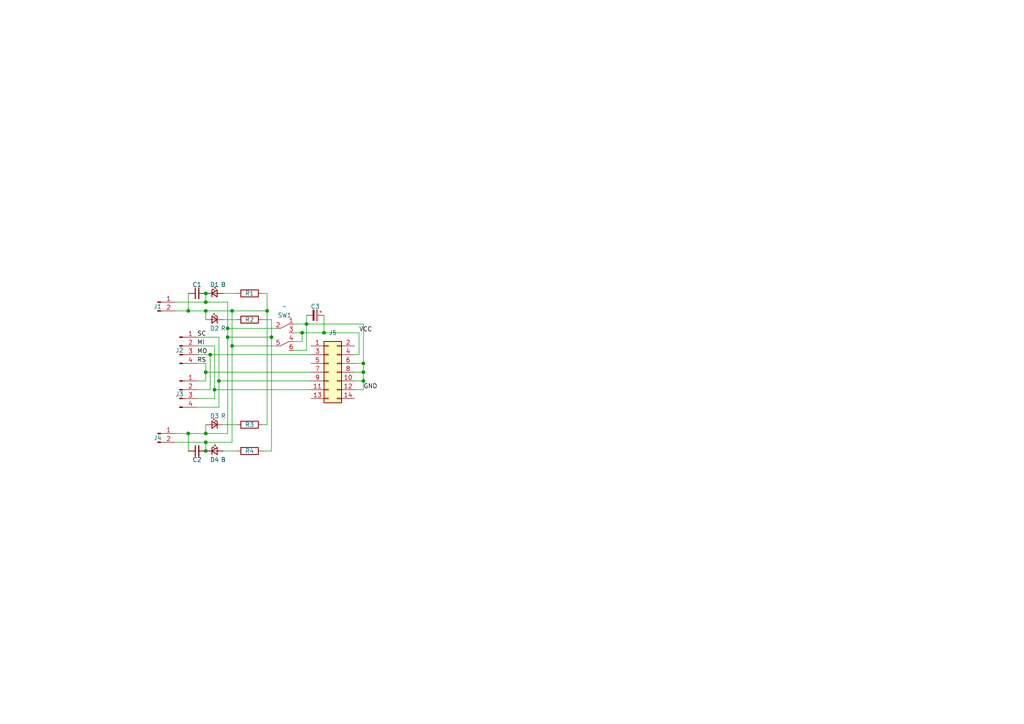
<source format=kicad_sch>
(kicad_sch (version 20230121) (generator eeschema)
  (paper "A4")
  (lib_symbols
    (symbol "Connector:Conn_01x02_Pin" (pin_names (offset 1.016) hide)
      (property "Reference" "J" (at 0 2.54 0))
      (property "Value" "Conn_01x02_Pin" (at 0 -5.08 0))
      (symbol "Conn_01x02_Pin_1_1"
        (polyline (pts (xy 1.27 -2.54) (xy 0.8636 -2.54)) (stroke (width 0.1524)))
        (polyline (pts (xy 1.27 0) (xy 0.8636 0)) (stroke (width 0.1524)))
        (rectangle (start 0.8636 -2.413) (end 0 -2.667) (stroke (width 0.1524)) (fill (type outline)))
        (rectangle (start 0.8636 0.127) (end 0 -0.127) (stroke (width 0.1524)) (fill (type outline)))
        (pin passive line (at 5.08 0 180) (length 3.81) (name "Pin_1") (number "1"))
        (pin passive line (at 5.08 -2.54 180) (length 3.81) (name "Pin_2") (number "2"))
      )
    )
    (symbol "Connector:Conn_01x04_Pin" (pin_names (offset 1.016) hide)
      (property "Reference" "J" (at 0 5.08 0))
      (property "Value" "Conn_01x04_Pin" (at 0 -7.62 0))
      (symbol "Conn_01x04_Pin_1_1"
        (polyline (pts (xy 1.27 -5.08) (xy 0.8636 -5.08)) (stroke (width 0.1524)))
        (polyline (pts (xy 1.27 -2.54) (xy 0.8636 -2.54)) (stroke (width 0.1524)))
        (polyline (pts (xy 1.27 0) (xy 0.8636 0)) (stroke (width 0.1524)))
        (polyline (pts (xy 1.27 2.54) (xy 0.8636 2.54)) (stroke (width 0.1524)))
        (rectangle (start 0.8636 -4.953) (end 0 -5.207) (stroke (width 0.1524)) (fill (type outline)))
        (rectangle (start 0.8636 -2.413) (end 0 -2.667) (stroke (width 0.1524)) (fill (type outline)))
        (rectangle (start 0.8636 0.127) (end 0 -0.127) (stroke (width 0.1524)) (fill (type outline)))
        (rectangle (start 0.8636 2.667) (end 0 2.413) (stroke (width 0.1524)) (fill (type outline)))
        (pin passive line (at 5.08 2.54 180) (length 3.81) (name "Pin_1") (number "1"))
        (pin passive line (at 5.08 0 180) (length 3.81) (name "Pin_2") (number "2"))
        (pin passive line (at 5.08 -2.54 180) (length 3.81) (name "Pin_3") (number "3"))
        (pin passive line (at 5.08 -5.08 180) (length 3.81) (name "Pin_4") (number "4"))
      )
    )
    (symbol "Connector_Generic:Conn_02x07_Odd_Even" (pin_names (offset 1.016) hide)
      (property "Reference" "J" (at 1.27 10.16 0))
      (property "Value" "Conn_02x07_Odd_Even" (at 1.27 -10.16 0))
      (symbol "Conn_02x07_Odd_Even_1_1"
        (rectangle (start -1.27 -7.493) (end 0 -7.747) (stroke (width 0.1524)))
        (rectangle (start -1.27 -4.953) (end 0 -5.207) (stroke (width 0.1524)))
        (rectangle (start -1.27 -2.413) (end 0 -2.667) (stroke (width 0.1524)))
        (rectangle (start -1.27 0.127) (end 0 -0.127) (stroke (width 0.1524)))
        (rectangle (start -1.27 2.667) (end 0 2.413) (stroke (width 0.1524)))
        (rectangle (start -1.27 5.207) (end 0 4.953) (stroke (width 0.1524)))
        (rectangle (start -1.27 7.747) (end 0 7.493) (stroke (width 0.1524)))
        (rectangle (start -1.27 8.89) (end 3.81 -8.89) (stroke (width 0.254)) (fill (type background)))
        (rectangle (start 3.81 -7.493) (end 2.54 -7.747) (stroke (width 0.1524)))
        (rectangle (start 3.81 -4.953) (end 2.54 -5.207) (stroke (width 0.1524)))
        (rectangle (start 3.81 -2.413) (end 2.54 -2.667) (stroke (width 0.1524)))
        (rectangle (start 3.81 0.127) (end 2.54 -0.127) (stroke (width 0.1524)))
        (rectangle (start 3.81 2.667) (end 2.54 2.413) (stroke (width 0.1524)))
        (rectangle (start 3.81 5.207) (end 2.54 4.953) (stroke (width 0.1524)))
        (rectangle (start 3.81 7.747) (end 2.54 7.493) (stroke (width 0.1524)))
        (pin passive line (at -5.08 7.62 0) (length 3.81) (name "Pin_1") (number "1"))
        (pin passive line (at 7.62 -2.54 180) (length 3.81) (name "Pin_10") (number "10"))
        (pin passive line (at -5.08 -5.08 0) (length 3.81) (name "Pin_11") (number "11"))
        (pin passive line (at 7.62 -5.08 180) (length 3.81) (name "Pin_12") (number "12"))
        (pin passive line (at -5.08 -7.62 0) (length 3.81) (name "Pin_13") (number "13"))
        (pin passive line (at 7.62 -7.62 180) (length 3.81) (name "Pin_14") (number "14"))
        (pin passive line (at 7.62 7.62 180) (length 3.81) (name "Pin_2") (number "2"))
        (pin passive line (at -5.08 5.08 0) (length 3.81) (name "Pin_3") (number "3"))
        (pin passive line (at 7.62 5.08 180) (length 3.81) (name "Pin_4") (number "4"))
        (pin passive line (at -5.08 2.54 0) (length 3.81) (name "Pin_5") (number "5"))
        (pin passive line (at 7.62 2.54 180) (length 3.81) (name "Pin_6") (number "6"))
        (pin passive line (at -5.08 0 0) (length 3.81) (name "Pin_7") (number "7"))
        (pin passive line (at 7.62 0 180) (length 3.81) (name "Pin_8") (number "8"))
        (pin passive line (at -5.08 -2.54 0) (length 3.81) (name "Pin_9") (number "9"))
      )
    )
    (symbol "Device:C_Polarized_Small" (pin_numbers hide) (pin_names (offset 0.254) hide)
      (property "Reference" "C" (at 0.254 1.778 0))
      (property "Value" "C_Polarized_Small" (at 0.254 -2.032 0))
      (symbol "C_Polarized_Small_0_1"
        (rectangle (start -1.524 -0.3048) (end 1.524 -0.6858) (fill (type outline)))
        (rectangle (start -1.524 0.6858) (end 1.524 0.3048))
        (polyline (pts (xy -1.27 1.524) (xy -0.762 1.524)))
        (polyline (pts (xy -1.016 1.27) (xy -1.016 1.778)))
      )
      (symbol "C_Polarized_Small_1_1"
        (pin passive line (at 0 2.54 270) (length 1.8542) (name "~") (number "1"))
        (pin passive line (at 0 -2.54 90) (length 1.8542) (name "~") (number "2"))
      )
    )
    (symbol "Device:C_Small" (pin_numbers hide) (pin_names (offset 0.254) hide)
      (property "Reference" "C" (at 0.254 1.778 0))
      (property "Value" "C_Small" (at 0.254 -2.032 0))
      (symbol "C_Small_0_1"
        (polyline (pts (xy -1.524 -0.508) (xy 1.524 -0.508)) (stroke (width 0.3302)))
        (polyline (pts (xy -1.524 0.508) (xy 1.524 0.508)) (stroke (width 0.3048)))
      )
      (symbol "C_Small_1_1"
        (pin passive line (at 0 2.54 270) (length 2.032) (name "~") (number "1"))
        (pin passive line (at 0 -2.54 90) (length 2.032) (name "~") (number "2"))
      )
    )
    (symbol "Device:LED_Small" (pin_numbers hide) (pin_names (offset 0.254) hide)
      (property "Reference" "D" (at -1.27 3.175 0))
      (property "Value" "LED_Small" (at -4.445 -2.54 0))
      (symbol "LED_Small_0_1"
        (polyline (pts (xy -0.762 -1.016) (xy -0.762 1.016)) (stroke (width 0.254)))
        (polyline (pts (xy 1.016 0) (xy -0.762 0)))
        (polyline (pts (xy 0.762 -1.016) (xy -0.762 0) (xy 0.762 1.016) (xy 0.762 -1.016)) (stroke (width 0.254)))
        (polyline (pts (xy 0 0.762) (xy -0.508 1.27) (xy -0.254 1.27) (xy -0.508 1.27) (xy -0.508 1.016)))
        (polyline (pts (xy 0.508 1.27) (xy 0 1.778) (xy 0.254 1.778) (xy 0 1.778) (xy 0 1.524)))
      )
      (symbol "LED_Small_1_1"
        (pin passive line (at -2.54 0 0) (length 1.778) (name "K") (number "1"))
        (pin passive line (at 2.54 0 180) (length 1.778) (name "A") (number "2"))
      )
    )
    (symbol "Device:R" (pin_numbers hide) (pin_names (offset 0))
      (property "Reference" "R" (at 2.032 0 90))
      (property "Value" "R" (at 0 0 90))
      (symbol "R_0_1"
        (rectangle (start -1.016 -2.54) (end 1.016 2.54) (stroke (width 0.254)))
      )
      (symbol "R_1_1"
        (pin passive line (at 0 3.81 270) (length 1.27) (name "~") (number "1"))
        (pin passive line (at 0 -3.81 90) (length 1.27) (name "~") (number "2"))
      )
    )
    (symbol "Switch:SW_DPDT_Small"
      (property "Reference" "SW" (at 0 6.35 0))
      (symbol "SW_DPDT_Small_0_1"
        (polyline (pts (xy -1.27 -2.54) (xy 1.27 -1.27)))
        (polyline (pts (xy -1.27 2.54) (xy 1.27 3.81)))
      )
      (symbol "SW_DPDT_Small_1_1"
        (pin passive line (at 2.54 3.81 180) (length 1.27) (name "") (number "1"))
        (pin passive line (at -2.54 2.54 0) (length 1.27) (name "") (number "2"))
        (pin passive line (at 2.54 1.27 180) (length 1.27) (name "") (number "3"))
        (pin passive line (at 2.54 -1.27 180) (length 1.27) (name "") (number "4"))
        (pin passive line (at -2.54 -2.54 0) (length 1.27) (name "") (number "5"))
        (pin passive line (at 2.54 -3.81 180) (length 1.27) (name "") (number "6"))
      )
    )
  )
  (junction (at 105.41 105.41))
  (junction (at 66.04 97.79))
  (junction (at 66.04 95.25))
  (junction (at 59.69 85.09))
  (junction (at 105.41 107.95))
  (junction (at 77.47 90.17))
  (junction (at 93.98 96.52))
  (junction (at 59.69 128.27))
  (junction (at 54.61 125.73))
  (junction (at 54.61 90.17))
  (junction (at 87.63 96.52))
  (junction (at 78.74 97.79))
  (junction (at 59.69 87.63))
  (junction (at 88.9 93.98))
  (junction (at 59.69 130.81))
  (junction (at 59.69 107.95))
  (junction (at 67.31 100.33))
  (junction (at 60.96 102.87))
  (junction (at 62.23 113.03))
  (junction (at 63.5 110.49))
  (junction (at 59.69 90.17))
  (junction (at 67.31 90.17))
  (junction (at 105.41 110.49))
  (junction (at 59.69 125.73))
  (wire (pts (xy 105.41 105.41) (xy 105.41 93.98)))
  (wire (pts (xy 54.61 90.17) (xy 59.69 90.17)))
  (wire (pts (xy 102.87 110.49) (xy 105.41 110.49)))
  (wire (pts (xy 57.15 100.33) (xy 62.23 100.33)))
  (wire (pts (xy 59.69 107.95) (xy 90.17 107.95)))
  (wire (pts (xy 66.04 95.25) (xy 66.04 97.79)))
  (wire (pts (xy 88.9 91.44) (xy 88.9 93.98)))
  (wire (pts (xy 67.31 90.17) (xy 77.47 90.17)))
  (wire (pts (xy 78.74 97.79) (xy 78.74 130.81)))
  (wire (pts (xy 66.04 97.79) (xy 66.04 125.73)))
  (wire (pts (xy 59.69 128.27) (xy 59.69 130.81)))
  (wire (pts (xy 105.41 113.03) (xy 105.41 110.49)))
  (wire (pts (xy 59.69 87.63) (xy 66.04 87.63)))
  (wire (pts (xy 59.69 125.73) (xy 66.04 125.73)))
  (wire (pts (xy 50.8 125.73) (xy 54.61 125.73)))
  (wire (pts (xy 105.41 105.41) (xy 105.41 107.95)))
  (wire (pts (xy 78.74 92.71) (xy 78.74 97.79)))
  (wire (pts (xy 76.2 92.71) (xy 78.74 92.71)))
  (wire (pts (xy 50.8 90.17) (xy 54.61 90.17)))
  (wire (pts (xy 77.47 85.09) (xy 77.47 90.17)))
  (wire (pts (xy 63.5 118.11) (xy 57.15 118.11)))
  (wire (pts (xy 62.23 115.57) (xy 57.15 115.57)))
  (wire (pts (xy 59.69 110.49) (xy 57.15 110.49)))
  (wire (pts (xy 85.09 101.6) (xy 88.9 101.6)))
  (wire (pts (xy 88.9 93.98) (xy 105.41 93.98)))
  (wire (pts (xy 104.14 102.87) (xy 102.87 102.87)))
  (wire (pts (xy 54.61 85.09) (xy 54.61 90.17)))
  (wire (pts (xy 102.87 105.41) (xy 105.41 105.41)))
  (wire (pts (xy 88.9 93.98) (xy 88.9 101.6)))
  (wire (pts (xy 59.69 90.17) (xy 67.31 90.17)))
  (wire (pts (xy 59.69 85.09) (xy 59.69 87.63)))
  (wire (pts (xy 87.63 99.06) (xy 87.63 96.52)))
  (wire (pts (xy 59.69 107.95) (xy 59.69 110.49)))
  (wire (pts (xy 62.23 113.03) (xy 90.17 113.03)))
  (wire (pts (xy 76.2 123.19) (xy 77.47 123.19)))
  (wire (pts (xy 67.31 100.33) (xy 67.31 128.27)))
  (wire (pts (xy 67.31 100.33) (xy 80.01 100.33)))
  (wire (pts (xy 59.69 105.41) (xy 59.69 107.95)))
  (wire (pts (xy 57.15 105.41) (xy 59.69 105.41)))
  (wire (pts (xy 57.15 102.87) (xy 60.96 102.87)))
  (wire (pts (xy 59.69 128.27) (xy 67.31 128.27)))
  (wire (pts (xy 64.77 85.09) (xy 68.58 85.09)))
  (wire (pts (xy 87.63 96.52) (xy 85.09 96.52)))
  (wire (pts (xy 54.61 125.73) (xy 59.69 125.73)))
  (wire (pts (xy 64.77 92.71) (xy 68.58 92.71)))
  (wire (pts (xy 50.8 87.63) (xy 59.69 87.63)))
  (wire (pts (xy 66.04 95.25) (xy 80.01 95.25)))
  (wire (pts (xy 63.5 110.49) (xy 90.17 110.49)))
  (wire (pts (xy 77.47 85.09) (xy 76.2 85.09)))
  (wire (pts (xy 105.41 107.95) (xy 102.87 107.95)))
  (wire (pts (xy 54.61 125.73) (xy 54.61 130.81)))
  (wire (pts (xy 85.09 93.98) (xy 88.9 93.98)))
  (wire (pts (xy 62.23 100.33) (xy 62.23 113.03)))
  (wire (pts (xy 60.96 102.87) (xy 90.17 102.87)))
  (wire (pts (xy 50.8 128.27) (xy 59.69 128.27)))
  (wire (pts (xy 66.04 97.79) (xy 78.74 97.79)))
  (wire (pts (xy 59.69 90.17) (xy 59.69 92.71)))
  (wire (pts (xy 77.47 90.17) (xy 77.47 123.19)))
  (wire (pts (xy 102.87 113.03) (xy 105.41 113.03)))
  (wire (pts (xy 60.96 102.87) (xy 60.96 113.03)))
  (wire (pts (xy 62.23 113.03) (xy 62.23 115.57)))
  (wire (pts (xy 60.96 113.03) (xy 57.15 113.03)))
  (wire (pts (xy 85.09 99.06) (xy 87.63 99.06)))
  (wire (pts (xy 57.15 97.79) (xy 63.5 97.79)))
  (wire (pts (xy 59.69 123.19) (xy 59.69 125.73)))
  (wire (pts (xy 63.5 97.79) (xy 63.5 110.49)))
  (wire (pts (xy 66.04 87.63) (xy 66.04 95.25)))
  (wire (pts (xy 93.98 96.52) (xy 104.14 96.52)))
  (wire (pts (xy 87.63 96.52) (xy 93.98 96.52)))
  (wire (pts (xy 64.77 130.81) (xy 68.58 130.81)))
  (wire (pts (xy 67.31 90.17) (xy 67.31 100.33)))
  (wire (pts (xy 63.5 110.49) (xy 63.5 118.11)))
  (wire (pts (xy 105.41 110.49) (xy 105.41 107.95)))
  (wire (pts (xy 76.2 130.81) (xy 78.74 130.81)))
  (wire (pts (xy 93.98 91.44) (xy 93.98 96.52)))
  (wire (pts (xy 64.77 123.19) (xy 68.58 123.19)))
  (wire (pts (xy 104.14 96.52) (xy 104.14 102.87)))
  (label "VCC" (at 104.14 96.52 0))
  (label "GND" (at 105.41 113.03 0))
  (label "SC" (at 57.15 97.79 0))
  (label "RS" (at 57.15 105.41 0))
  (label "MI" (at 57.15 100.33 0))
  (label "MO" (at 57.15 102.87 0))
  (symbol (lib_id "Device:C_Small") (at 57.15 130.81 90) (unit 1)
    (property "Reference" "C2" (at 57.15 133.35 90))
    (property "Value" "0.1uF" (effects hide))
    (property "Footprint" "Capacitor_THT:C_Disc_D5.0mm_W2.5mm_P2.50mm" (effects hide))
  )
  (symbol (lib_id "Device:C_Polarized_Small") (at 91.44 91.44 270) (unit 1)
    (property "Reference" "C3" (at 91.44 88.9 90))
    (property "Value" "100uF" (effects hide))
    (property "Footprint" "Capacitor_THT:CP_Radial_D8.0mm_P3.50mm" (effects hide))
  )
  (symbol (lib_id "Device:R") (at 72.39 130.81 90) (unit 1)
    (property "Reference" "R4" (at 72.39 130.81 90))
    (property "Value" "5.1k" (effects hide))
    (property "Footprint" "Resistor_THT:R_Axial_DIN0207_L6.3mm_D2.5mm_P7.62mm_Horizontal" (effects hide))
  )
  (symbol (lib_id "Connector_Generic:Conn_02x07_Odd_Even") (at 95.25 107.95 0) (unit 1)
    (property "Reference" "J5" (at 96.52 96.52 0))
    (property "Value" "Conn_02x07_Odd_Even" (effects hide))
    (property "Footprint" "Connector_PinSocket_2.54mm:PinSocket_2x07_P2.54mm_Vertical" (effects hide))
  )
  (symbol (lib_id "Connector:Conn_01x04_Pin") (at 52.07 113.03 0) (unit 1)
    (property "Reference" "J3" (at 52.07 114.3 0))
    (property "Value" "Conn_01x04_Pin" (effects hide))
    (property "Footprint" "Connector_PinHeader_2.54mm:PinHeader_1x04_P2.54mm_Vertical" (effects hide))
  )
  (symbol (lib_id "Device:C_Small") (at 57.15 85.09 90) (unit 1)
    (property "Reference" "C1" (at 57.15 82.55 90))
    (property "Value" "0.1uF" (effects hide))
    (property "Footprint" "Capacitor_THT:C_Disc_D5.0mm_W2.5mm_P2.50mm" (effects hide))
  )
  (symbol (lib_id "Device:LED_Small") (at 62.23 92.71 0) (mirror y) (unit 1)
    (property "Reference" "D2" (at 62.23 95.25 0))
    (property "Value" "R" (at 64.77 95.25 0))
    (property "Footprint" "LED_SMD:LED_1206_3216Metric_Pad1.42x1.75mm_HandSolder" (effects hide))
  )
  (symbol (lib_id "Connector:Conn_01x02_Pin") (at 45.72 87.63 0) (unit 1)
    (property "Reference" "J1" (at 45.72 88.9 0))
    (property "Value" "Conn_01x02_Pin" (effects hide))
    (property "Footprint" "Connector_PinHeader_2.54mm:PinHeader_1x02_P2.54mm_Vertical" (effects hide))
  )
  (symbol (lib_id "Device:R") (at 72.39 85.09 90) (unit 1)
    (property "Reference" "R1" (at 72.39 85.09 90))
    (property "Value" "5.1k" (effects hide))
    (property "Footprint" "Resistor_THT:R_Axial_DIN0207_L6.3mm_D2.5mm_P7.62mm_Horizontal" (effects hide))
  )
  (symbol (lib_id "Connector:Conn_01x04_Pin") (at 52.07 100.33 0) (unit 1)
    (property "Reference" "J2" (at 52.07 101.6 0))
    (property "Value" "Conn_01x04_Pin" (effects hide))
    (property "Footprint" "Connector_PinHeader_2.54mm:PinHeader_1x04_P2.54mm_Vertical" (effects hide))
  )
  (symbol (lib_id "Device:LED_Small") (at 62.23 130.81 0) (unit 1)
    (property "Reference" "D4" (at 62.23 133.35 0))
    (property "Value" "B" (at 64.77 133.35 0))
    (property "Footprint" "LED_SMD:LED_1206_3216Metric_Pad1.42x1.75mm_HandSolder" (effects hide))
  )
  (symbol (lib_id "Device:R") (at 72.39 123.19 90) (unit 1)
    (property "Reference" "R3" (at 72.39 123.19 90))
    (property "Value" "5.1k" (effects hide))
    (property "Footprint" "Resistor_THT:R_Axial_DIN0207_L6.3mm_D2.5mm_P7.62mm_Horizontal" (effects hide))
  )
  (symbol (lib_id "Device:R") (at 72.39 92.71 90) (unit 1)
    (property "Reference" "R2" (at 72.39 92.71 90))
    (property "Value" "5.1k" (effects hide))
    (property "Footprint" "Resistor_THT:R_Axial_DIN0207_L6.3mm_D2.5mm_P7.62mm_Horizontal" (effects hide))
  )
  (symbol (lib_id "Connector:Conn_01x02_Pin") (at 45.72 125.73 0) (unit 1)
    (property "Reference" "J4" (at 45.72 127 0))
    (property "Value" "Conn_01x02_Pin" (effects hide))
    (property "Footprint" "Connector_PinHeader_2.54mm:PinHeader_1x02_P2.54mm_Vertical" (effects hide))
  )
  (symbol (lib_id "Device:LED_Small") (at 62.23 85.09 0) (unit 1)
    (property "Reference" "D1" (at 62.23 82.55 0))
    (property "Value" "B" (at 64.77 82.55 0))
    (property "Footprint" "LED_SMD:LED_1206_3216Metric_Pad1.42x1.75mm_HandSolder" (effects hide))
  )
  (symbol (lib_id "Switch:SW_DPDT_Small") (at 82.55 97.79 0) (unit 1)
    (property "Reference" "SW1" (at 82.55 91.44 0))
    (property "Value" "~" (at 82.55 88.9 0))
    (property "Footprint" "Button_Switch_SMD:SW_DPDT_MSS-22C02" (effects hide))
  )
  (symbol (lib_id "Device:LED_Small") (at 62.23 123.19 0) (mirror y) (unit 1)
    (property "Reference" "D3" (at 62.23 120.65 0))
    (property "Value" "R" (at 64.77 120.65 0))
    (property "Footprint" "LED_SMD:LED_1206_3216Metric_Pad1.42x1.75mm_HandSolder" (effects hide))
  )
)
</source>
